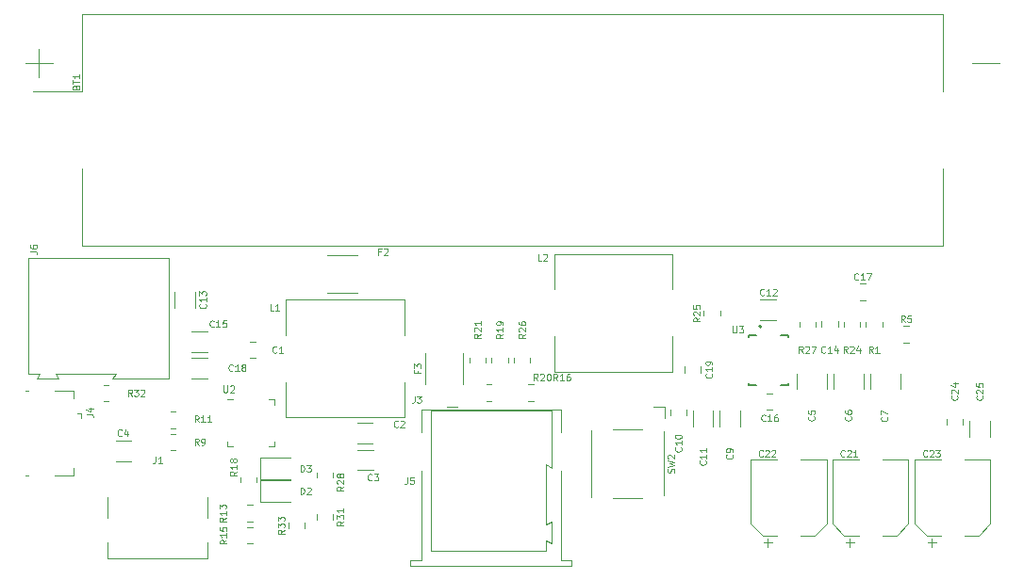
<source format=gbr>
%TF.GenerationSoftware,KiCad,Pcbnew,5.1.10-88a1d61d58~90~ubuntu20.04.1*%
%TF.CreationDate,2021-08-05T17:18:09+03:00*%
%TF.ProjectId,PiUPS,50695550-532e-46b6-9963-61645f706362,rev?*%
%TF.SameCoordinates,Original*%
%TF.FileFunction,Legend,Top*%
%TF.FilePolarity,Positive*%
%FSLAX46Y46*%
G04 Gerber Fmt 4.6, Leading zero omitted, Abs format (unit mm)*
G04 Created by KiCad (PCBNEW 5.1.10-88a1d61d58~90~ubuntu20.04.1) date 2021-08-05 17:18:09*
%MOMM*%
%LPD*%
G01*
G04 APERTURE LIST*
%ADD10C,0.120000*%
%ADD11C,0.127000*%
%ADD12C,0.200000*%
%ADD13C,0.100000*%
G04 APERTURE END LIST*
D10*
%TO.C,C23*%
X147458750Y-122453750D02*
X148246250Y-122453750D01*
X147852500Y-122847500D02*
X147852500Y-122060000D01*
X152045563Y-121820000D02*
X153110000Y-120755563D01*
X147354437Y-121820000D02*
X146290000Y-120755563D01*
X147354437Y-121820000D02*
X148640000Y-121820000D01*
X152045563Y-121820000D02*
X150760000Y-121820000D01*
X153110000Y-120755563D02*
X153110000Y-115000000D01*
X146290000Y-120755563D02*
X146290000Y-115000000D01*
X146290000Y-115000000D02*
X148640000Y-115000000D01*
X153110000Y-115000000D02*
X150760000Y-115000000D01*
%TO.C,C22*%
X132728750Y-122453750D02*
X133516250Y-122453750D01*
X133122500Y-122847500D02*
X133122500Y-122060000D01*
X137315563Y-121820000D02*
X138380000Y-120755563D01*
X132624437Y-121820000D02*
X131560000Y-120755563D01*
X132624437Y-121820000D02*
X133910000Y-121820000D01*
X137315563Y-121820000D02*
X136030000Y-121820000D01*
X138380000Y-120755563D02*
X138380000Y-115000000D01*
X131560000Y-120755563D02*
X131560000Y-115000000D01*
X131560000Y-115000000D02*
X133910000Y-115000000D01*
X138380000Y-115000000D02*
X136030000Y-115000000D01*
%TO.C,C21*%
X140078750Y-122453750D02*
X140866250Y-122453750D01*
X140472500Y-122847500D02*
X140472500Y-122060000D01*
X144665563Y-121820000D02*
X145730000Y-120755563D01*
X139974437Y-121820000D02*
X138910000Y-120755563D01*
X139974437Y-121820000D02*
X141260000Y-121820000D01*
X144665563Y-121820000D02*
X143380000Y-121820000D01*
X145730000Y-120755563D02*
X145730000Y-115000000D01*
X138910000Y-120755563D02*
X138910000Y-115000000D01*
X138910000Y-115000000D02*
X141260000Y-115000000D01*
X145730000Y-115000000D02*
X143380000Y-115000000D01*
%TO.C,C7*%
X145010000Y-108648752D02*
X145010000Y-107226248D01*
X142290000Y-108648752D02*
X142290000Y-107226248D01*
%TO.C,C6*%
X141710000Y-108648752D02*
X141710000Y-107226248D01*
X138990000Y-108648752D02*
X138990000Y-107226248D01*
%TO.C,C5*%
X138425000Y-108648752D02*
X138425000Y-107226248D01*
X135705000Y-108648752D02*
X135705000Y-107226248D01*
D11*
%TO.C,U3*%
X131425000Y-103925000D02*
X131425000Y-103775000D01*
X131425000Y-103775000D02*
X132075000Y-103775000D01*
X134275000Y-103775000D02*
X134925000Y-103775000D01*
X134925000Y-103775000D02*
X134925000Y-103925000D01*
X131425000Y-108125000D02*
X131425000Y-108275000D01*
X131425000Y-108275000D02*
X132075000Y-108275000D01*
X134275000Y-108275000D02*
X134925000Y-108275000D01*
X134925000Y-108275000D02*
X134925000Y-108125000D01*
D12*
X132525000Y-103025000D02*
G75*
G03*
X132525000Y-103025000I-100000J0D01*
G01*
D10*
%TO.C,U2*%
X88310000Y-109590000D02*
X88785000Y-109590000D01*
X88785000Y-109590000D02*
X88785000Y-110065000D01*
X85040000Y-113810000D02*
X84565000Y-113810000D01*
X84565000Y-113810000D02*
X84565000Y-113335000D01*
X88310000Y-113810000D02*
X88785000Y-113810000D01*
X88785000Y-113810000D02*
X88785000Y-113335000D01*
X85040000Y-109590000D02*
X84565000Y-109590000D01*
%TO.C,SW2*%
X123775000Y-118225000D02*
X123775000Y-112425000D01*
X117275000Y-118325000D02*
X117275000Y-112325000D01*
X121825000Y-118425000D02*
X119225000Y-118425000D01*
X121825000Y-112225000D02*
X119225000Y-112225000D01*
X122825000Y-110225000D02*
X123825000Y-110225000D01*
X123825000Y-110225000D02*
X123825000Y-111225000D01*
%TO.C,R21*%
X106315000Y-106277064D02*
X106315000Y-105822936D01*
X107785000Y-106277064D02*
X107785000Y-105822936D01*
%TO.C,R19*%
X109785000Y-105822936D02*
X109785000Y-106277064D01*
X108315000Y-105822936D02*
X108315000Y-106277064D01*
%TO.C,R26*%
X111785000Y-105822936D02*
X111785000Y-106277064D01*
X110315000Y-105822936D02*
X110315000Y-106277064D01*
%TO.C,R16*%
X111622936Y-108215000D02*
X112077064Y-108215000D01*
X111622936Y-109685000D02*
X112077064Y-109685000D01*
%TO.C,R20*%
X108277064Y-109685000D02*
X107822936Y-109685000D01*
X108277064Y-108215000D02*
X107822936Y-108215000D01*
%TO.C,R24*%
X141410000Y-102572936D02*
X141410000Y-103027064D01*
X139940000Y-102572936D02*
X139940000Y-103027064D01*
%TO.C,R27*%
X137410000Y-102572936D02*
X137410000Y-103027064D01*
X135940000Y-102572936D02*
X135940000Y-103027064D01*
%TO.C,R5*%
X145752064Y-104435000D02*
X145297936Y-104435000D01*
X145752064Y-102965000D02*
X145297936Y-102965000D01*
%TO.C,R1*%
X141915000Y-103027064D02*
X141915000Y-102572936D01*
X143385000Y-103027064D02*
X143385000Y-102572936D01*
%TO.C,R25*%
X127365000Y-102052064D02*
X127365000Y-101597936D01*
X128835000Y-102052064D02*
X128835000Y-101597936D01*
%TO.C,R15*%
X86827064Y-122535000D02*
X86372936Y-122535000D01*
X86827064Y-121065000D02*
X86372936Y-121065000D01*
%TO.C,R13*%
X86827064Y-120535000D02*
X86372936Y-120535000D01*
X86827064Y-119065000D02*
X86372936Y-119065000D01*
%TO.C,R31*%
X92615000Y-120377064D02*
X92615000Y-119922936D01*
X94085000Y-120377064D02*
X94085000Y-119922936D01*
%TO.C,R28*%
X92615000Y-116577064D02*
X92615000Y-116122936D01*
X94085000Y-116577064D02*
X94085000Y-116122936D01*
%TO.C,R33*%
X90065000Y-121127064D02*
X90065000Y-120672936D01*
X91535000Y-121127064D02*
X91535000Y-120672936D01*
%TO.C,R18*%
X87235000Y-116572936D02*
X87235000Y-117027064D01*
X85765000Y-116572936D02*
X85765000Y-117027064D01*
%TO.C,R9*%
X79472936Y-112665000D02*
X79927064Y-112665000D01*
X79472936Y-114135000D02*
X79927064Y-114135000D01*
%TO.C,R11*%
X79472936Y-110665000D02*
X79927064Y-110665000D01*
X79472936Y-112135000D02*
X79927064Y-112135000D01*
%TO.C,R32*%
X73927064Y-109735000D02*
X73472936Y-109735000D01*
X73927064Y-108265000D02*
X73472936Y-108265000D01*
%TO.C,L2*%
X113975000Y-99675000D02*
X113975000Y-96475000D01*
X113975000Y-96475000D02*
X124575000Y-96475000D01*
X124575000Y-96475000D02*
X124575000Y-99675000D01*
X124575000Y-103875000D02*
X124575000Y-107075000D01*
X124575000Y-107075000D02*
X113975000Y-107075000D01*
X113975000Y-107075000D02*
X113975000Y-103875000D01*
%TO.C,L1*%
X100450000Y-108000000D02*
X100450000Y-111200000D01*
X100450000Y-111200000D02*
X89850000Y-111200000D01*
X89850000Y-111200000D02*
X89850000Y-108000000D01*
X89850000Y-103800000D02*
X89850000Y-100600000D01*
X89850000Y-100600000D02*
X100450000Y-100600000D01*
X100450000Y-100600000D02*
X100450000Y-103800000D01*
%TO.C,J5*%
X102850000Y-110600000D02*
X102850000Y-123200000D01*
X102850000Y-123200000D02*
X113200000Y-123200000D01*
X113200000Y-123200000D02*
X113200000Y-122250000D01*
X113200000Y-122250000D02*
X113700000Y-122500000D01*
X113700000Y-122500000D02*
X113700000Y-120600000D01*
X113700000Y-120600000D02*
X113700000Y-120550000D01*
X113700000Y-120550000D02*
X113200000Y-120800000D01*
X113200000Y-120800000D02*
X113200000Y-115400000D01*
X113200000Y-115400000D02*
X113700000Y-115700000D01*
X113700000Y-115700000D02*
X113700000Y-110600000D01*
X113700000Y-110600000D02*
X102850000Y-110600000D01*
%TO.C,J3*%
X104259560Y-110253660D02*
X105259560Y-110253660D01*
X101009560Y-124003660D02*
X101009560Y-124503660D01*
X102009560Y-124003660D02*
X101009560Y-124003660D01*
X102009560Y-116003660D02*
X102009560Y-124003660D01*
X102009560Y-110503660D02*
X102009560Y-112503660D01*
X114509560Y-110503660D02*
X102009560Y-110503660D01*
X114509560Y-112503660D02*
X114509560Y-110503660D01*
X114509560Y-124003660D02*
X114509560Y-116003660D01*
X115509560Y-124003660D02*
X114509560Y-124003660D01*
X115509560Y-124503660D02*
X115509560Y-124003660D01*
X101009560Y-124503660D02*
X115509560Y-124503660D01*
%TO.C,J6*%
X79350400Y-96878620D02*
X66750400Y-96878620D01*
X66750400Y-96878620D02*
X66750400Y-107228620D01*
X66750400Y-107228620D02*
X67700400Y-107228620D01*
X67700400Y-107228620D02*
X67450400Y-107728620D01*
X67450400Y-107728620D02*
X69350400Y-107728620D01*
X69350400Y-107728620D02*
X69400400Y-107728620D01*
X69400400Y-107728620D02*
X69150400Y-107228620D01*
X69150400Y-107228620D02*
X74550400Y-107228620D01*
X74550400Y-107228620D02*
X74250400Y-107728620D01*
X74250400Y-107728620D02*
X79350400Y-107728620D01*
X79350400Y-107728620D02*
X79350400Y-96878620D01*
%TO.C,J4*%
X70771180Y-108773180D02*
X70771180Y-109433180D01*
X69041180Y-108773180D02*
X70771180Y-108773180D01*
X66471180Y-116393180D02*
X66681180Y-116393180D01*
X66471180Y-108773180D02*
X66681180Y-108773180D01*
X69041180Y-116393180D02*
X70771180Y-116393180D01*
X70771180Y-116393180D02*
X70771180Y-115743180D01*
X71471180Y-110823180D02*
X71471180Y-111273180D01*
X71471180Y-110823180D02*
X71081180Y-110823180D01*
%TO.C,J1*%
X82759880Y-123889400D02*
X73819880Y-123889400D01*
X82759880Y-118379400D02*
X82759880Y-120179400D01*
X82759880Y-123889400D02*
X82759880Y-122429400D01*
X73819880Y-123889400D02*
X73819880Y-122429400D01*
X73819880Y-118379400D02*
X73819880Y-120179400D01*
%TO.C,F3*%
X105770000Y-105393748D02*
X105770000Y-108166252D01*
X102350000Y-105393748D02*
X102350000Y-108166252D01*
%TO.C,F2*%
X96286252Y-100010000D02*
X93513748Y-100010000D01*
X96286252Y-96590000D02*
X93513748Y-96590000D01*
%TO.C,D3*%
X90237500Y-114840000D02*
X87552500Y-114840000D01*
X87552500Y-114840000D02*
X87552500Y-116760000D01*
X87552500Y-116760000D02*
X90237500Y-116760000D01*
%TO.C,D2*%
X90237500Y-116840000D02*
X87552500Y-116840000D01*
X87552500Y-116840000D02*
X87552500Y-118760000D01*
X87552500Y-118760000D02*
X90237500Y-118760000D01*
%TO.C,C17*%
X141351248Y-99165000D02*
X141873752Y-99165000D01*
X141351248Y-100635000D02*
X141873752Y-100635000D01*
%TO.C,C14*%
X137940000Y-103023752D02*
X137940000Y-102501248D01*
X139410000Y-103023752D02*
X139410000Y-102501248D01*
%TO.C,C12*%
X132451248Y-100590000D02*
X133873752Y-100590000D01*
X132451248Y-102410000D02*
X133873752Y-102410000D01*
%TO.C,C16*%
X133011248Y-109045000D02*
X133533752Y-109045000D01*
X133011248Y-110515000D02*
X133533752Y-110515000D01*
%TO.C,C19*%
X127085000Y-106626248D02*
X127085000Y-107148752D01*
X125615000Y-106626248D02*
X125615000Y-107148752D01*
%TO.C,C11*%
X128210000Y-110601248D02*
X128210000Y-112023752D01*
X126390000Y-110601248D02*
X126390000Y-112023752D01*
%TO.C,C10*%
X125835000Y-110451248D02*
X125835000Y-110973752D01*
X124365000Y-110451248D02*
X124365000Y-110973752D01*
%TO.C,C9*%
X130610000Y-110601248D02*
X130610000Y-112023752D01*
X128790000Y-110601248D02*
X128790000Y-112023752D01*
%TO.C,C25*%
X151240000Y-112923752D02*
X151240000Y-111501248D01*
X153060000Y-112923752D02*
X153060000Y-111501248D01*
%TO.C,C24*%
X149165000Y-111873752D02*
X149165000Y-111351248D01*
X150635000Y-111873752D02*
X150635000Y-111351248D01*
%TO.C,C13*%
X81660000Y-99926248D02*
X81660000Y-101348752D01*
X79840000Y-99926248D02*
X79840000Y-101348752D01*
%TO.C,C3*%
X97661252Y-115910000D02*
X96238748Y-115910000D01*
X97661252Y-114090000D02*
X96238748Y-114090000D01*
%TO.C,C2*%
X97648752Y-113510000D02*
X96226248Y-113510000D01*
X97648752Y-111690000D02*
X96226248Y-111690000D01*
%TO.C,C15*%
X82798752Y-105285000D02*
X81376248Y-105285000D01*
X82798752Y-103465000D02*
X81376248Y-103465000D01*
%TO.C,C1*%
X87123752Y-105835000D02*
X86601248Y-105835000D01*
X87123752Y-104365000D02*
X86601248Y-104365000D01*
%TO.C,C4*%
X75973752Y-115110000D02*
X74551248Y-115110000D01*
X75973752Y-113290000D02*
X74551248Y-113290000D01*
%TO.C,C18*%
X81376248Y-105840000D02*
X82798752Y-105840000D01*
X81376248Y-107660000D02*
X82798752Y-107660000D01*
%TO.C,BT1*%
X71530000Y-81898920D02*
X67170000Y-81898920D01*
X71530000Y-95778920D02*
X71530000Y-88778920D01*
X148810000Y-95778920D02*
X71530000Y-95778920D01*
X148810000Y-88778920D02*
X148810000Y-95778920D01*
X71530000Y-74898920D02*
X71530000Y-81898920D01*
X148810000Y-74898920D02*
X71530000Y-74898920D01*
X148810000Y-81898920D02*
X148810000Y-74918920D01*
X153920000Y-79338920D02*
X151420000Y-79338920D01*
X66420000Y-79338920D02*
X68920000Y-79338920D01*
X67670000Y-80588920D02*
X67670000Y-78088920D01*
%TO.C,C23*%
D13*
X147414285Y-114664285D02*
X147385714Y-114692857D01*
X147300000Y-114721428D01*
X147242857Y-114721428D01*
X147157142Y-114692857D01*
X147100000Y-114635714D01*
X147071428Y-114578571D01*
X147042857Y-114464285D01*
X147042857Y-114378571D01*
X147071428Y-114264285D01*
X147100000Y-114207142D01*
X147157142Y-114150000D01*
X147242857Y-114121428D01*
X147300000Y-114121428D01*
X147385714Y-114150000D01*
X147414285Y-114178571D01*
X147642857Y-114178571D02*
X147671428Y-114150000D01*
X147728571Y-114121428D01*
X147871428Y-114121428D01*
X147928571Y-114150000D01*
X147957142Y-114178571D01*
X147985714Y-114235714D01*
X147985714Y-114292857D01*
X147957142Y-114378571D01*
X147614285Y-114721428D01*
X147985714Y-114721428D01*
X148185714Y-114121428D02*
X148557142Y-114121428D01*
X148357142Y-114350000D01*
X148442857Y-114350000D01*
X148500000Y-114378571D01*
X148528571Y-114407142D01*
X148557142Y-114464285D01*
X148557142Y-114607142D01*
X148528571Y-114664285D01*
X148500000Y-114692857D01*
X148442857Y-114721428D01*
X148271428Y-114721428D01*
X148214285Y-114692857D01*
X148185714Y-114664285D01*
%TO.C,C22*%
X132664285Y-114664285D02*
X132635714Y-114692857D01*
X132550000Y-114721428D01*
X132492857Y-114721428D01*
X132407142Y-114692857D01*
X132350000Y-114635714D01*
X132321428Y-114578571D01*
X132292857Y-114464285D01*
X132292857Y-114378571D01*
X132321428Y-114264285D01*
X132350000Y-114207142D01*
X132407142Y-114150000D01*
X132492857Y-114121428D01*
X132550000Y-114121428D01*
X132635714Y-114150000D01*
X132664285Y-114178571D01*
X132892857Y-114178571D02*
X132921428Y-114150000D01*
X132978571Y-114121428D01*
X133121428Y-114121428D01*
X133178571Y-114150000D01*
X133207142Y-114178571D01*
X133235714Y-114235714D01*
X133235714Y-114292857D01*
X133207142Y-114378571D01*
X132864285Y-114721428D01*
X133235714Y-114721428D01*
X133464285Y-114178571D02*
X133492857Y-114150000D01*
X133550000Y-114121428D01*
X133692857Y-114121428D01*
X133750000Y-114150000D01*
X133778571Y-114178571D01*
X133807142Y-114235714D01*
X133807142Y-114292857D01*
X133778571Y-114378571D01*
X133435714Y-114721428D01*
X133807142Y-114721428D01*
%TO.C,C21*%
X140014285Y-114664285D02*
X139985714Y-114692857D01*
X139900000Y-114721428D01*
X139842857Y-114721428D01*
X139757142Y-114692857D01*
X139700000Y-114635714D01*
X139671428Y-114578571D01*
X139642857Y-114464285D01*
X139642857Y-114378571D01*
X139671428Y-114264285D01*
X139700000Y-114207142D01*
X139757142Y-114150000D01*
X139842857Y-114121428D01*
X139900000Y-114121428D01*
X139985714Y-114150000D01*
X140014285Y-114178571D01*
X140242857Y-114178571D02*
X140271428Y-114150000D01*
X140328571Y-114121428D01*
X140471428Y-114121428D01*
X140528571Y-114150000D01*
X140557142Y-114178571D01*
X140585714Y-114235714D01*
X140585714Y-114292857D01*
X140557142Y-114378571D01*
X140214285Y-114721428D01*
X140585714Y-114721428D01*
X141157142Y-114721428D02*
X140814285Y-114721428D01*
X140985714Y-114721428D02*
X140985714Y-114121428D01*
X140928571Y-114207142D01*
X140871428Y-114264285D01*
X140814285Y-114292857D01*
%TO.C,C7*%
X143824285Y-111145000D02*
X143852857Y-111173571D01*
X143881428Y-111259285D01*
X143881428Y-111316428D01*
X143852857Y-111402142D01*
X143795714Y-111459285D01*
X143738571Y-111487857D01*
X143624285Y-111516428D01*
X143538571Y-111516428D01*
X143424285Y-111487857D01*
X143367142Y-111459285D01*
X143310000Y-111402142D01*
X143281428Y-111316428D01*
X143281428Y-111259285D01*
X143310000Y-111173571D01*
X143338571Y-111145000D01*
X143281428Y-110945000D02*
X143281428Y-110545000D01*
X143881428Y-110802142D01*
%TO.C,C6*%
X140564285Y-111095000D02*
X140592857Y-111123571D01*
X140621428Y-111209285D01*
X140621428Y-111266428D01*
X140592857Y-111352142D01*
X140535714Y-111409285D01*
X140478571Y-111437857D01*
X140364285Y-111466428D01*
X140278571Y-111466428D01*
X140164285Y-111437857D01*
X140107142Y-111409285D01*
X140050000Y-111352142D01*
X140021428Y-111266428D01*
X140021428Y-111209285D01*
X140050000Y-111123571D01*
X140078571Y-111095000D01*
X140021428Y-110580714D02*
X140021428Y-110695000D01*
X140050000Y-110752142D01*
X140078571Y-110780714D01*
X140164285Y-110837857D01*
X140278571Y-110866428D01*
X140507142Y-110866428D01*
X140564285Y-110837857D01*
X140592857Y-110809285D01*
X140621428Y-110752142D01*
X140621428Y-110637857D01*
X140592857Y-110580714D01*
X140564285Y-110552142D01*
X140507142Y-110523571D01*
X140364285Y-110523571D01*
X140307142Y-110552142D01*
X140278571Y-110580714D01*
X140250000Y-110637857D01*
X140250000Y-110752142D01*
X140278571Y-110809285D01*
X140307142Y-110837857D01*
X140364285Y-110866428D01*
%TO.C,C5*%
X137264285Y-111100000D02*
X137292857Y-111128571D01*
X137321428Y-111214285D01*
X137321428Y-111271428D01*
X137292857Y-111357142D01*
X137235714Y-111414285D01*
X137178571Y-111442857D01*
X137064285Y-111471428D01*
X136978571Y-111471428D01*
X136864285Y-111442857D01*
X136807142Y-111414285D01*
X136750000Y-111357142D01*
X136721428Y-111271428D01*
X136721428Y-111214285D01*
X136750000Y-111128571D01*
X136778571Y-111100000D01*
X136721428Y-110557142D02*
X136721428Y-110842857D01*
X137007142Y-110871428D01*
X136978571Y-110842857D01*
X136950000Y-110785714D01*
X136950000Y-110642857D01*
X136978571Y-110585714D01*
X137007142Y-110557142D01*
X137064285Y-110528571D01*
X137207142Y-110528571D01*
X137264285Y-110557142D01*
X137292857Y-110585714D01*
X137321428Y-110642857D01*
X137321428Y-110785714D01*
X137292857Y-110842857D01*
X137264285Y-110871428D01*
%TO.C,U3*%
X129942857Y-102971428D02*
X129942857Y-103457142D01*
X129971428Y-103514285D01*
X130000000Y-103542857D01*
X130057142Y-103571428D01*
X130171428Y-103571428D01*
X130228571Y-103542857D01*
X130257142Y-103514285D01*
X130285714Y-103457142D01*
X130285714Y-102971428D01*
X130514285Y-102971428D02*
X130885714Y-102971428D01*
X130685714Y-103200000D01*
X130771428Y-103200000D01*
X130828571Y-103228571D01*
X130857142Y-103257142D01*
X130885714Y-103314285D01*
X130885714Y-103457142D01*
X130857142Y-103514285D01*
X130828571Y-103542857D01*
X130771428Y-103571428D01*
X130600000Y-103571428D01*
X130542857Y-103542857D01*
X130514285Y-103514285D01*
%TO.C,U2*%
X84242857Y-108321428D02*
X84242857Y-108807142D01*
X84271428Y-108864285D01*
X84300000Y-108892857D01*
X84357142Y-108921428D01*
X84471428Y-108921428D01*
X84528571Y-108892857D01*
X84557142Y-108864285D01*
X84585714Y-108807142D01*
X84585714Y-108321428D01*
X84842857Y-108378571D02*
X84871428Y-108350000D01*
X84928571Y-108321428D01*
X85071428Y-108321428D01*
X85128571Y-108350000D01*
X85157142Y-108378571D01*
X85185714Y-108435714D01*
X85185714Y-108492857D01*
X85157142Y-108578571D01*
X84814285Y-108921428D01*
X85185714Y-108921428D01*
%TO.C,SW2*%
X124692857Y-116150000D02*
X124721428Y-116064285D01*
X124721428Y-115921428D01*
X124692857Y-115864285D01*
X124664285Y-115835714D01*
X124607142Y-115807142D01*
X124550000Y-115807142D01*
X124492857Y-115835714D01*
X124464285Y-115864285D01*
X124435714Y-115921428D01*
X124407142Y-116035714D01*
X124378571Y-116092857D01*
X124350000Y-116121428D01*
X124292857Y-116150000D01*
X124235714Y-116150000D01*
X124178571Y-116121428D01*
X124150000Y-116092857D01*
X124121428Y-116035714D01*
X124121428Y-115892857D01*
X124150000Y-115807142D01*
X124121428Y-115607142D02*
X124721428Y-115464285D01*
X124292857Y-115350000D01*
X124721428Y-115235714D01*
X124121428Y-115092857D01*
X124178571Y-114892857D02*
X124150000Y-114864285D01*
X124121428Y-114807142D01*
X124121428Y-114664285D01*
X124150000Y-114607142D01*
X124178571Y-114578571D01*
X124235714Y-114550000D01*
X124292857Y-114550000D01*
X124378571Y-114578571D01*
X124721428Y-114921428D01*
X124721428Y-114550000D01*
%TO.C,R21*%
X107321428Y-103685714D02*
X107035714Y-103885714D01*
X107321428Y-104028571D02*
X106721428Y-104028571D01*
X106721428Y-103800000D01*
X106750000Y-103742857D01*
X106778571Y-103714285D01*
X106835714Y-103685714D01*
X106921428Y-103685714D01*
X106978571Y-103714285D01*
X107007142Y-103742857D01*
X107035714Y-103800000D01*
X107035714Y-104028571D01*
X106778571Y-103457142D02*
X106750000Y-103428571D01*
X106721428Y-103371428D01*
X106721428Y-103228571D01*
X106750000Y-103171428D01*
X106778571Y-103142857D01*
X106835714Y-103114285D01*
X106892857Y-103114285D01*
X106978571Y-103142857D01*
X107321428Y-103485714D01*
X107321428Y-103114285D01*
X107321428Y-102542857D02*
X107321428Y-102885714D01*
X107321428Y-102714285D02*
X106721428Y-102714285D01*
X106807142Y-102771428D01*
X106864285Y-102828571D01*
X106892857Y-102885714D01*
%TO.C,R19*%
X109321428Y-103685714D02*
X109035714Y-103885714D01*
X109321428Y-104028571D02*
X108721428Y-104028571D01*
X108721428Y-103800000D01*
X108750000Y-103742857D01*
X108778571Y-103714285D01*
X108835714Y-103685714D01*
X108921428Y-103685714D01*
X108978571Y-103714285D01*
X109007142Y-103742857D01*
X109035714Y-103800000D01*
X109035714Y-104028571D01*
X109321428Y-103114285D02*
X109321428Y-103457142D01*
X109321428Y-103285714D02*
X108721428Y-103285714D01*
X108807142Y-103342857D01*
X108864285Y-103400000D01*
X108892857Y-103457142D01*
X109321428Y-102828571D02*
X109321428Y-102714285D01*
X109292857Y-102657142D01*
X109264285Y-102628571D01*
X109178571Y-102571428D01*
X109064285Y-102542857D01*
X108835714Y-102542857D01*
X108778571Y-102571428D01*
X108750000Y-102600000D01*
X108721428Y-102657142D01*
X108721428Y-102771428D01*
X108750000Y-102828571D01*
X108778571Y-102857142D01*
X108835714Y-102885714D01*
X108978571Y-102885714D01*
X109035714Y-102857142D01*
X109064285Y-102828571D01*
X109092857Y-102771428D01*
X109092857Y-102657142D01*
X109064285Y-102600000D01*
X109035714Y-102571428D01*
X108978571Y-102542857D01*
%TO.C,R26*%
X111321428Y-103685714D02*
X111035714Y-103885714D01*
X111321428Y-104028571D02*
X110721428Y-104028571D01*
X110721428Y-103800000D01*
X110750000Y-103742857D01*
X110778571Y-103714285D01*
X110835714Y-103685714D01*
X110921428Y-103685714D01*
X110978571Y-103714285D01*
X111007142Y-103742857D01*
X111035714Y-103800000D01*
X111035714Y-104028571D01*
X110778571Y-103457142D02*
X110750000Y-103428571D01*
X110721428Y-103371428D01*
X110721428Y-103228571D01*
X110750000Y-103171428D01*
X110778571Y-103142857D01*
X110835714Y-103114285D01*
X110892857Y-103114285D01*
X110978571Y-103142857D01*
X111321428Y-103485714D01*
X111321428Y-103114285D01*
X110721428Y-102600000D02*
X110721428Y-102714285D01*
X110750000Y-102771428D01*
X110778571Y-102800000D01*
X110864285Y-102857142D01*
X110978571Y-102885714D01*
X111207142Y-102885714D01*
X111264285Y-102857142D01*
X111292857Y-102828571D01*
X111321428Y-102771428D01*
X111321428Y-102657142D01*
X111292857Y-102600000D01*
X111264285Y-102571428D01*
X111207142Y-102542857D01*
X111064285Y-102542857D01*
X111007142Y-102571428D01*
X110978571Y-102600000D01*
X110950000Y-102657142D01*
X110950000Y-102771428D01*
X110978571Y-102828571D01*
X111007142Y-102857142D01*
X111064285Y-102885714D01*
%TO.C,R16*%
X114214285Y-107871428D02*
X114014285Y-107585714D01*
X113871428Y-107871428D02*
X113871428Y-107271428D01*
X114100000Y-107271428D01*
X114157142Y-107300000D01*
X114185714Y-107328571D01*
X114214285Y-107385714D01*
X114214285Y-107471428D01*
X114185714Y-107528571D01*
X114157142Y-107557142D01*
X114100000Y-107585714D01*
X113871428Y-107585714D01*
X114785714Y-107871428D02*
X114442857Y-107871428D01*
X114614285Y-107871428D02*
X114614285Y-107271428D01*
X114557142Y-107357142D01*
X114500000Y-107414285D01*
X114442857Y-107442857D01*
X115300000Y-107271428D02*
X115185714Y-107271428D01*
X115128571Y-107300000D01*
X115100000Y-107328571D01*
X115042857Y-107414285D01*
X115014285Y-107528571D01*
X115014285Y-107757142D01*
X115042857Y-107814285D01*
X115071428Y-107842857D01*
X115128571Y-107871428D01*
X115242857Y-107871428D01*
X115300000Y-107842857D01*
X115328571Y-107814285D01*
X115357142Y-107757142D01*
X115357142Y-107614285D01*
X115328571Y-107557142D01*
X115300000Y-107528571D01*
X115242857Y-107500000D01*
X115128571Y-107500000D01*
X115071428Y-107528571D01*
X115042857Y-107557142D01*
X115014285Y-107614285D01*
%TO.C,R20*%
X112464285Y-107871428D02*
X112264285Y-107585714D01*
X112121428Y-107871428D02*
X112121428Y-107271428D01*
X112350000Y-107271428D01*
X112407142Y-107300000D01*
X112435714Y-107328571D01*
X112464285Y-107385714D01*
X112464285Y-107471428D01*
X112435714Y-107528571D01*
X112407142Y-107557142D01*
X112350000Y-107585714D01*
X112121428Y-107585714D01*
X112692857Y-107328571D02*
X112721428Y-107300000D01*
X112778571Y-107271428D01*
X112921428Y-107271428D01*
X112978571Y-107300000D01*
X113007142Y-107328571D01*
X113035714Y-107385714D01*
X113035714Y-107442857D01*
X113007142Y-107528571D01*
X112664285Y-107871428D01*
X113035714Y-107871428D01*
X113407142Y-107271428D02*
X113464285Y-107271428D01*
X113521428Y-107300000D01*
X113550000Y-107328571D01*
X113578571Y-107385714D01*
X113607142Y-107500000D01*
X113607142Y-107642857D01*
X113578571Y-107757142D01*
X113550000Y-107814285D01*
X113521428Y-107842857D01*
X113464285Y-107871428D01*
X113407142Y-107871428D01*
X113350000Y-107842857D01*
X113321428Y-107814285D01*
X113292857Y-107757142D01*
X113264285Y-107642857D01*
X113264285Y-107500000D01*
X113292857Y-107385714D01*
X113321428Y-107328571D01*
X113350000Y-107300000D01*
X113407142Y-107271428D01*
%TO.C,R24*%
X140264285Y-105371428D02*
X140064285Y-105085714D01*
X139921428Y-105371428D02*
X139921428Y-104771428D01*
X140150000Y-104771428D01*
X140207142Y-104800000D01*
X140235714Y-104828571D01*
X140264285Y-104885714D01*
X140264285Y-104971428D01*
X140235714Y-105028571D01*
X140207142Y-105057142D01*
X140150000Y-105085714D01*
X139921428Y-105085714D01*
X140492857Y-104828571D02*
X140521428Y-104800000D01*
X140578571Y-104771428D01*
X140721428Y-104771428D01*
X140778571Y-104800000D01*
X140807142Y-104828571D01*
X140835714Y-104885714D01*
X140835714Y-104942857D01*
X140807142Y-105028571D01*
X140464285Y-105371428D01*
X140835714Y-105371428D01*
X141350000Y-104971428D02*
X141350000Y-105371428D01*
X141207142Y-104742857D02*
X141064285Y-105171428D01*
X141435714Y-105171428D01*
%TO.C,R27*%
X136264285Y-105371428D02*
X136064285Y-105085714D01*
X135921428Y-105371428D02*
X135921428Y-104771428D01*
X136150000Y-104771428D01*
X136207142Y-104800000D01*
X136235714Y-104828571D01*
X136264285Y-104885714D01*
X136264285Y-104971428D01*
X136235714Y-105028571D01*
X136207142Y-105057142D01*
X136150000Y-105085714D01*
X135921428Y-105085714D01*
X136492857Y-104828571D02*
X136521428Y-104800000D01*
X136578571Y-104771428D01*
X136721428Y-104771428D01*
X136778571Y-104800000D01*
X136807142Y-104828571D01*
X136835714Y-104885714D01*
X136835714Y-104942857D01*
X136807142Y-105028571D01*
X136464285Y-105371428D01*
X136835714Y-105371428D01*
X137035714Y-104771428D02*
X137435714Y-104771428D01*
X137178571Y-105371428D01*
%TO.C,R5*%
X145425000Y-102621428D02*
X145225000Y-102335714D01*
X145082142Y-102621428D02*
X145082142Y-102021428D01*
X145310714Y-102021428D01*
X145367857Y-102050000D01*
X145396428Y-102078571D01*
X145425000Y-102135714D01*
X145425000Y-102221428D01*
X145396428Y-102278571D01*
X145367857Y-102307142D01*
X145310714Y-102335714D01*
X145082142Y-102335714D01*
X145967857Y-102021428D02*
X145682142Y-102021428D01*
X145653571Y-102307142D01*
X145682142Y-102278571D01*
X145739285Y-102250000D01*
X145882142Y-102250000D01*
X145939285Y-102278571D01*
X145967857Y-102307142D01*
X145996428Y-102364285D01*
X145996428Y-102507142D01*
X145967857Y-102564285D01*
X145939285Y-102592857D01*
X145882142Y-102621428D01*
X145739285Y-102621428D01*
X145682142Y-102592857D01*
X145653571Y-102564285D01*
%TO.C,R1*%
X142550000Y-105371428D02*
X142350000Y-105085714D01*
X142207142Y-105371428D02*
X142207142Y-104771428D01*
X142435714Y-104771428D01*
X142492857Y-104800000D01*
X142521428Y-104828571D01*
X142550000Y-104885714D01*
X142550000Y-104971428D01*
X142521428Y-105028571D01*
X142492857Y-105057142D01*
X142435714Y-105085714D01*
X142207142Y-105085714D01*
X143121428Y-105371428D02*
X142778571Y-105371428D01*
X142950000Y-105371428D02*
X142950000Y-104771428D01*
X142892857Y-104857142D01*
X142835714Y-104914285D01*
X142778571Y-104942857D01*
%TO.C,R25*%
X127021428Y-102210714D02*
X126735714Y-102410714D01*
X127021428Y-102553571D02*
X126421428Y-102553571D01*
X126421428Y-102325000D01*
X126450000Y-102267857D01*
X126478571Y-102239285D01*
X126535714Y-102210714D01*
X126621428Y-102210714D01*
X126678571Y-102239285D01*
X126707142Y-102267857D01*
X126735714Y-102325000D01*
X126735714Y-102553571D01*
X126478571Y-101982142D02*
X126450000Y-101953571D01*
X126421428Y-101896428D01*
X126421428Y-101753571D01*
X126450000Y-101696428D01*
X126478571Y-101667857D01*
X126535714Y-101639285D01*
X126592857Y-101639285D01*
X126678571Y-101667857D01*
X127021428Y-102010714D01*
X127021428Y-101639285D01*
X126421428Y-101096428D02*
X126421428Y-101382142D01*
X126707142Y-101410714D01*
X126678571Y-101382142D01*
X126650000Y-101325000D01*
X126650000Y-101182142D01*
X126678571Y-101125000D01*
X126707142Y-101096428D01*
X126764285Y-101067857D01*
X126907142Y-101067857D01*
X126964285Y-101096428D01*
X126992857Y-101125000D01*
X127021428Y-101182142D01*
X127021428Y-101325000D01*
X126992857Y-101382142D01*
X126964285Y-101410714D01*
%TO.C,R15*%
X84521428Y-122185714D02*
X84235714Y-122385714D01*
X84521428Y-122528571D02*
X83921428Y-122528571D01*
X83921428Y-122300000D01*
X83950000Y-122242857D01*
X83978571Y-122214285D01*
X84035714Y-122185714D01*
X84121428Y-122185714D01*
X84178571Y-122214285D01*
X84207142Y-122242857D01*
X84235714Y-122300000D01*
X84235714Y-122528571D01*
X84521428Y-121614285D02*
X84521428Y-121957142D01*
X84521428Y-121785714D02*
X83921428Y-121785714D01*
X84007142Y-121842857D01*
X84064285Y-121900000D01*
X84092857Y-121957142D01*
X83921428Y-121071428D02*
X83921428Y-121357142D01*
X84207142Y-121385714D01*
X84178571Y-121357142D01*
X84150000Y-121300000D01*
X84150000Y-121157142D01*
X84178571Y-121100000D01*
X84207142Y-121071428D01*
X84264285Y-121042857D01*
X84407142Y-121042857D01*
X84464285Y-121071428D01*
X84492857Y-121100000D01*
X84521428Y-121157142D01*
X84521428Y-121300000D01*
X84492857Y-121357142D01*
X84464285Y-121385714D01*
%TO.C,R13*%
X84471428Y-120185714D02*
X84185714Y-120385714D01*
X84471428Y-120528571D02*
X83871428Y-120528571D01*
X83871428Y-120300000D01*
X83900000Y-120242857D01*
X83928571Y-120214285D01*
X83985714Y-120185714D01*
X84071428Y-120185714D01*
X84128571Y-120214285D01*
X84157142Y-120242857D01*
X84185714Y-120300000D01*
X84185714Y-120528571D01*
X84471428Y-119614285D02*
X84471428Y-119957142D01*
X84471428Y-119785714D02*
X83871428Y-119785714D01*
X83957142Y-119842857D01*
X84014285Y-119900000D01*
X84042857Y-119957142D01*
X83871428Y-119414285D02*
X83871428Y-119042857D01*
X84100000Y-119242857D01*
X84100000Y-119157142D01*
X84128571Y-119100000D01*
X84157142Y-119071428D01*
X84214285Y-119042857D01*
X84357142Y-119042857D01*
X84414285Y-119071428D01*
X84442857Y-119100000D01*
X84471428Y-119157142D01*
X84471428Y-119328571D01*
X84442857Y-119385714D01*
X84414285Y-119414285D01*
%TO.C,R31*%
X95021428Y-120535714D02*
X94735714Y-120735714D01*
X95021428Y-120878571D02*
X94421428Y-120878571D01*
X94421428Y-120650000D01*
X94450000Y-120592857D01*
X94478571Y-120564285D01*
X94535714Y-120535714D01*
X94621428Y-120535714D01*
X94678571Y-120564285D01*
X94707142Y-120592857D01*
X94735714Y-120650000D01*
X94735714Y-120878571D01*
X94421428Y-120335714D02*
X94421428Y-119964285D01*
X94650000Y-120164285D01*
X94650000Y-120078571D01*
X94678571Y-120021428D01*
X94707142Y-119992857D01*
X94764285Y-119964285D01*
X94907142Y-119964285D01*
X94964285Y-119992857D01*
X94992857Y-120021428D01*
X95021428Y-120078571D01*
X95021428Y-120250000D01*
X94992857Y-120307142D01*
X94964285Y-120335714D01*
X95021428Y-119392857D02*
X95021428Y-119735714D01*
X95021428Y-119564285D02*
X94421428Y-119564285D01*
X94507142Y-119621428D01*
X94564285Y-119678571D01*
X94592857Y-119735714D01*
%TO.C,R28*%
X95021428Y-117385714D02*
X94735714Y-117585714D01*
X95021428Y-117728571D02*
X94421428Y-117728571D01*
X94421428Y-117500000D01*
X94450000Y-117442857D01*
X94478571Y-117414285D01*
X94535714Y-117385714D01*
X94621428Y-117385714D01*
X94678571Y-117414285D01*
X94707142Y-117442857D01*
X94735714Y-117500000D01*
X94735714Y-117728571D01*
X94478571Y-117157142D02*
X94450000Y-117128571D01*
X94421428Y-117071428D01*
X94421428Y-116928571D01*
X94450000Y-116871428D01*
X94478571Y-116842857D01*
X94535714Y-116814285D01*
X94592857Y-116814285D01*
X94678571Y-116842857D01*
X95021428Y-117185714D01*
X95021428Y-116814285D01*
X94678571Y-116471428D02*
X94650000Y-116528571D01*
X94621428Y-116557142D01*
X94564285Y-116585714D01*
X94535714Y-116585714D01*
X94478571Y-116557142D01*
X94450000Y-116528571D01*
X94421428Y-116471428D01*
X94421428Y-116357142D01*
X94450000Y-116300000D01*
X94478571Y-116271428D01*
X94535714Y-116242857D01*
X94564285Y-116242857D01*
X94621428Y-116271428D01*
X94650000Y-116300000D01*
X94678571Y-116357142D01*
X94678571Y-116471428D01*
X94707142Y-116528571D01*
X94735714Y-116557142D01*
X94792857Y-116585714D01*
X94907142Y-116585714D01*
X94964285Y-116557142D01*
X94992857Y-116528571D01*
X95021428Y-116471428D01*
X95021428Y-116357142D01*
X94992857Y-116300000D01*
X94964285Y-116271428D01*
X94907142Y-116242857D01*
X94792857Y-116242857D01*
X94735714Y-116271428D01*
X94707142Y-116300000D01*
X94678571Y-116357142D01*
%TO.C,R33*%
X89721428Y-121285714D02*
X89435714Y-121485714D01*
X89721428Y-121628571D02*
X89121428Y-121628571D01*
X89121428Y-121400000D01*
X89150000Y-121342857D01*
X89178571Y-121314285D01*
X89235714Y-121285714D01*
X89321428Y-121285714D01*
X89378571Y-121314285D01*
X89407142Y-121342857D01*
X89435714Y-121400000D01*
X89435714Y-121628571D01*
X89121428Y-121085714D02*
X89121428Y-120714285D01*
X89350000Y-120914285D01*
X89350000Y-120828571D01*
X89378571Y-120771428D01*
X89407142Y-120742857D01*
X89464285Y-120714285D01*
X89607142Y-120714285D01*
X89664285Y-120742857D01*
X89692857Y-120771428D01*
X89721428Y-120828571D01*
X89721428Y-121000000D01*
X89692857Y-121057142D01*
X89664285Y-121085714D01*
X89121428Y-120514285D02*
X89121428Y-120142857D01*
X89350000Y-120342857D01*
X89350000Y-120257142D01*
X89378571Y-120200000D01*
X89407142Y-120171428D01*
X89464285Y-120142857D01*
X89607142Y-120142857D01*
X89664285Y-120171428D01*
X89692857Y-120200000D01*
X89721428Y-120257142D01*
X89721428Y-120428571D01*
X89692857Y-120485714D01*
X89664285Y-120514285D01*
%TO.C,R18*%
X85421428Y-116035714D02*
X85135714Y-116235714D01*
X85421428Y-116378571D02*
X84821428Y-116378571D01*
X84821428Y-116150000D01*
X84850000Y-116092857D01*
X84878571Y-116064285D01*
X84935714Y-116035714D01*
X85021428Y-116035714D01*
X85078571Y-116064285D01*
X85107142Y-116092857D01*
X85135714Y-116150000D01*
X85135714Y-116378571D01*
X85421428Y-115464285D02*
X85421428Y-115807142D01*
X85421428Y-115635714D02*
X84821428Y-115635714D01*
X84907142Y-115692857D01*
X84964285Y-115750000D01*
X84992857Y-115807142D01*
X85078571Y-115121428D02*
X85050000Y-115178571D01*
X85021428Y-115207142D01*
X84964285Y-115235714D01*
X84935714Y-115235714D01*
X84878571Y-115207142D01*
X84850000Y-115178571D01*
X84821428Y-115121428D01*
X84821428Y-115007142D01*
X84850000Y-114950000D01*
X84878571Y-114921428D01*
X84935714Y-114892857D01*
X84964285Y-114892857D01*
X85021428Y-114921428D01*
X85050000Y-114950000D01*
X85078571Y-115007142D01*
X85078571Y-115121428D01*
X85107142Y-115178571D01*
X85135714Y-115207142D01*
X85192857Y-115235714D01*
X85307142Y-115235714D01*
X85364285Y-115207142D01*
X85392857Y-115178571D01*
X85421428Y-115121428D01*
X85421428Y-115007142D01*
X85392857Y-114950000D01*
X85364285Y-114921428D01*
X85307142Y-114892857D01*
X85192857Y-114892857D01*
X85135714Y-114921428D01*
X85107142Y-114950000D01*
X85078571Y-115007142D01*
%TO.C,R9*%
X82000000Y-113671428D02*
X81800000Y-113385714D01*
X81657142Y-113671428D02*
X81657142Y-113071428D01*
X81885714Y-113071428D01*
X81942857Y-113100000D01*
X81971428Y-113128571D01*
X82000000Y-113185714D01*
X82000000Y-113271428D01*
X81971428Y-113328571D01*
X81942857Y-113357142D01*
X81885714Y-113385714D01*
X81657142Y-113385714D01*
X82285714Y-113671428D02*
X82400000Y-113671428D01*
X82457142Y-113642857D01*
X82485714Y-113614285D01*
X82542857Y-113528571D01*
X82571428Y-113414285D01*
X82571428Y-113185714D01*
X82542857Y-113128571D01*
X82514285Y-113100000D01*
X82457142Y-113071428D01*
X82342857Y-113071428D01*
X82285714Y-113100000D01*
X82257142Y-113128571D01*
X82228571Y-113185714D01*
X82228571Y-113328571D01*
X82257142Y-113385714D01*
X82285714Y-113414285D01*
X82342857Y-113442857D01*
X82457142Y-113442857D01*
X82514285Y-113414285D01*
X82542857Y-113385714D01*
X82571428Y-113328571D01*
%TO.C,R11*%
X82014285Y-111621428D02*
X81814285Y-111335714D01*
X81671428Y-111621428D02*
X81671428Y-111021428D01*
X81900000Y-111021428D01*
X81957142Y-111050000D01*
X81985714Y-111078571D01*
X82014285Y-111135714D01*
X82014285Y-111221428D01*
X81985714Y-111278571D01*
X81957142Y-111307142D01*
X81900000Y-111335714D01*
X81671428Y-111335714D01*
X82585714Y-111621428D02*
X82242857Y-111621428D01*
X82414285Y-111621428D02*
X82414285Y-111021428D01*
X82357142Y-111107142D01*
X82300000Y-111164285D01*
X82242857Y-111192857D01*
X83157142Y-111621428D02*
X82814285Y-111621428D01*
X82985714Y-111621428D02*
X82985714Y-111021428D01*
X82928571Y-111107142D01*
X82871428Y-111164285D01*
X82814285Y-111192857D01*
%TO.C,R32*%
X76014285Y-109271428D02*
X75814285Y-108985714D01*
X75671428Y-109271428D02*
X75671428Y-108671428D01*
X75900000Y-108671428D01*
X75957142Y-108700000D01*
X75985714Y-108728571D01*
X76014285Y-108785714D01*
X76014285Y-108871428D01*
X75985714Y-108928571D01*
X75957142Y-108957142D01*
X75900000Y-108985714D01*
X75671428Y-108985714D01*
X76214285Y-108671428D02*
X76585714Y-108671428D01*
X76385714Y-108900000D01*
X76471428Y-108900000D01*
X76528571Y-108928571D01*
X76557142Y-108957142D01*
X76585714Y-109014285D01*
X76585714Y-109157142D01*
X76557142Y-109214285D01*
X76528571Y-109242857D01*
X76471428Y-109271428D01*
X76300000Y-109271428D01*
X76242857Y-109242857D01*
X76214285Y-109214285D01*
X76814285Y-108728571D02*
X76842857Y-108700000D01*
X76900000Y-108671428D01*
X77042857Y-108671428D01*
X77100000Y-108700000D01*
X77128571Y-108728571D01*
X77157142Y-108785714D01*
X77157142Y-108842857D01*
X77128571Y-108928571D01*
X76785714Y-109271428D01*
X77157142Y-109271428D01*
%TO.C,L2*%
X112800000Y-97071428D02*
X112514285Y-97071428D01*
X112514285Y-96471428D01*
X112971428Y-96528571D02*
X113000000Y-96500000D01*
X113057142Y-96471428D01*
X113200000Y-96471428D01*
X113257142Y-96500000D01*
X113285714Y-96528571D01*
X113314285Y-96585714D01*
X113314285Y-96642857D01*
X113285714Y-96728571D01*
X112942857Y-97071428D01*
X113314285Y-97071428D01*
%TO.C,L1*%
X88750000Y-101571428D02*
X88464285Y-101571428D01*
X88464285Y-100971428D01*
X89264285Y-101571428D02*
X88921428Y-101571428D01*
X89092857Y-101571428D02*
X89092857Y-100971428D01*
X89035714Y-101057142D01*
X88978571Y-101114285D01*
X88921428Y-101142857D01*
%TO.C,J5*%
X100750000Y-116571428D02*
X100750000Y-117000000D01*
X100721428Y-117085714D01*
X100664285Y-117142857D01*
X100578571Y-117171428D01*
X100521428Y-117171428D01*
X101321428Y-116571428D02*
X101035714Y-116571428D01*
X101007142Y-116857142D01*
X101035714Y-116828571D01*
X101092857Y-116800000D01*
X101235714Y-116800000D01*
X101292857Y-116828571D01*
X101321428Y-116857142D01*
X101350000Y-116914285D01*
X101350000Y-117057142D01*
X101321428Y-117114285D01*
X101292857Y-117142857D01*
X101235714Y-117171428D01*
X101092857Y-117171428D01*
X101035714Y-117142857D01*
X101007142Y-117114285D01*
%TO.C,J3*%
X101400000Y-109271428D02*
X101400000Y-109700000D01*
X101371428Y-109785714D01*
X101314285Y-109842857D01*
X101228571Y-109871428D01*
X101171428Y-109871428D01*
X101628571Y-109271428D02*
X102000000Y-109271428D01*
X101800000Y-109500000D01*
X101885714Y-109500000D01*
X101942857Y-109528571D01*
X101971428Y-109557142D01*
X102000000Y-109614285D01*
X102000000Y-109757142D01*
X101971428Y-109814285D01*
X101942857Y-109842857D01*
X101885714Y-109871428D01*
X101714285Y-109871428D01*
X101657142Y-109842857D01*
X101628571Y-109814285D01*
%TO.C,J6*%
X66871428Y-96250000D02*
X67300000Y-96250000D01*
X67385714Y-96278571D01*
X67442857Y-96335714D01*
X67471428Y-96421428D01*
X67471428Y-96478571D01*
X66871428Y-95707142D02*
X66871428Y-95821428D01*
X66900000Y-95878571D01*
X66928571Y-95907142D01*
X67014285Y-95964285D01*
X67128571Y-95992857D01*
X67357142Y-95992857D01*
X67414285Y-95964285D01*
X67442857Y-95935714D01*
X67471428Y-95878571D01*
X67471428Y-95764285D01*
X67442857Y-95707142D01*
X67414285Y-95678571D01*
X67357142Y-95650000D01*
X67214285Y-95650000D01*
X67157142Y-95678571D01*
X67128571Y-95707142D01*
X67100000Y-95764285D01*
X67100000Y-95878571D01*
X67128571Y-95935714D01*
X67157142Y-95964285D01*
X67214285Y-95992857D01*
%TO.C,J4*%
X71921428Y-110900000D02*
X72350000Y-110900000D01*
X72435714Y-110928571D01*
X72492857Y-110985714D01*
X72521428Y-111071428D01*
X72521428Y-111128571D01*
X72121428Y-110357142D02*
X72521428Y-110357142D01*
X71892857Y-110500000D02*
X72321428Y-110642857D01*
X72321428Y-110271428D01*
%TO.C,J1*%
X78100000Y-114721428D02*
X78100000Y-115150000D01*
X78071428Y-115235714D01*
X78014285Y-115292857D01*
X77928571Y-115321428D01*
X77871428Y-115321428D01*
X78700000Y-115321428D02*
X78357142Y-115321428D01*
X78528571Y-115321428D02*
X78528571Y-114721428D01*
X78471428Y-114807142D01*
X78414285Y-114864285D01*
X78357142Y-114892857D01*
%TO.C,F3*%
X101657142Y-107000000D02*
X101657142Y-107200000D01*
X101971428Y-107200000D02*
X101371428Y-107200000D01*
X101371428Y-106914285D01*
X101371428Y-106742857D02*
X101371428Y-106371428D01*
X101600000Y-106571428D01*
X101600000Y-106485714D01*
X101628571Y-106428571D01*
X101657142Y-106400000D01*
X101714285Y-106371428D01*
X101857142Y-106371428D01*
X101914285Y-106400000D01*
X101942857Y-106428571D01*
X101971428Y-106485714D01*
X101971428Y-106657142D01*
X101942857Y-106714285D01*
X101914285Y-106742857D01*
%TO.C,F2*%
X98350000Y-96257142D02*
X98150000Y-96257142D01*
X98150000Y-96571428D02*
X98150000Y-95971428D01*
X98435714Y-95971428D01*
X98635714Y-96028571D02*
X98664285Y-96000000D01*
X98721428Y-95971428D01*
X98864285Y-95971428D01*
X98921428Y-96000000D01*
X98950000Y-96028571D01*
X98978571Y-96085714D01*
X98978571Y-96142857D01*
X98950000Y-96228571D01*
X98607142Y-96571428D01*
X98978571Y-96571428D01*
%TO.C,D3*%
X91157142Y-116071428D02*
X91157142Y-115471428D01*
X91300000Y-115471428D01*
X91385714Y-115500000D01*
X91442857Y-115557142D01*
X91471428Y-115614285D01*
X91500000Y-115728571D01*
X91500000Y-115814285D01*
X91471428Y-115928571D01*
X91442857Y-115985714D01*
X91385714Y-116042857D01*
X91300000Y-116071428D01*
X91157142Y-116071428D01*
X91700000Y-115471428D02*
X92071428Y-115471428D01*
X91871428Y-115700000D01*
X91957142Y-115700000D01*
X92014285Y-115728571D01*
X92042857Y-115757142D01*
X92071428Y-115814285D01*
X92071428Y-115957142D01*
X92042857Y-116014285D01*
X92014285Y-116042857D01*
X91957142Y-116071428D01*
X91785714Y-116071428D01*
X91728571Y-116042857D01*
X91700000Y-116014285D01*
%TO.C,D2*%
X91157142Y-118071428D02*
X91157142Y-117471428D01*
X91300000Y-117471428D01*
X91385714Y-117500000D01*
X91442857Y-117557142D01*
X91471428Y-117614285D01*
X91500000Y-117728571D01*
X91500000Y-117814285D01*
X91471428Y-117928571D01*
X91442857Y-117985714D01*
X91385714Y-118042857D01*
X91300000Y-118071428D01*
X91157142Y-118071428D01*
X91728571Y-117528571D02*
X91757142Y-117500000D01*
X91814285Y-117471428D01*
X91957142Y-117471428D01*
X92014285Y-117500000D01*
X92042857Y-117528571D01*
X92071428Y-117585714D01*
X92071428Y-117642857D01*
X92042857Y-117728571D01*
X91700000Y-118071428D01*
X92071428Y-118071428D01*
%TO.C,C17*%
X141226785Y-98764285D02*
X141198214Y-98792857D01*
X141112500Y-98821428D01*
X141055357Y-98821428D01*
X140969642Y-98792857D01*
X140912500Y-98735714D01*
X140883928Y-98678571D01*
X140855357Y-98564285D01*
X140855357Y-98478571D01*
X140883928Y-98364285D01*
X140912500Y-98307142D01*
X140969642Y-98250000D01*
X141055357Y-98221428D01*
X141112500Y-98221428D01*
X141198214Y-98250000D01*
X141226785Y-98278571D01*
X141798214Y-98821428D02*
X141455357Y-98821428D01*
X141626785Y-98821428D02*
X141626785Y-98221428D01*
X141569642Y-98307142D01*
X141512500Y-98364285D01*
X141455357Y-98392857D01*
X141998214Y-98221428D02*
X142398214Y-98221428D01*
X142141071Y-98821428D01*
%TO.C,C14*%
X138264285Y-105314285D02*
X138235714Y-105342857D01*
X138150000Y-105371428D01*
X138092857Y-105371428D01*
X138007142Y-105342857D01*
X137950000Y-105285714D01*
X137921428Y-105228571D01*
X137892857Y-105114285D01*
X137892857Y-105028571D01*
X137921428Y-104914285D01*
X137950000Y-104857142D01*
X138007142Y-104800000D01*
X138092857Y-104771428D01*
X138150000Y-104771428D01*
X138235714Y-104800000D01*
X138264285Y-104828571D01*
X138835714Y-105371428D02*
X138492857Y-105371428D01*
X138664285Y-105371428D02*
X138664285Y-104771428D01*
X138607142Y-104857142D01*
X138550000Y-104914285D01*
X138492857Y-104942857D01*
X139350000Y-104971428D02*
X139350000Y-105371428D01*
X139207142Y-104742857D02*
X139064285Y-105171428D01*
X139435714Y-105171428D01*
%TO.C,C12*%
X132776785Y-100164285D02*
X132748214Y-100192857D01*
X132662500Y-100221428D01*
X132605357Y-100221428D01*
X132519642Y-100192857D01*
X132462500Y-100135714D01*
X132433928Y-100078571D01*
X132405357Y-99964285D01*
X132405357Y-99878571D01*
X132433928Y-99764285D01*
X132462500Y-99707142D01*
X132519642Y-99650000D01*
X132605357Y-99621428D01*
X132662500Y-99621428D01*
X132748214Y-99650000D01*
X132776785Y-99678571D01*
X133348214Y-100221428D02*
X133005357Y-100221428D01*
X133176785Y-100221428D02*
X133176785Y-99621428D01*
X133119642Y-99707142D01*
X133062500Y-99764285D01*
X133005357Y-99792857D01*
X133576785Y-99678571D02*
X133605357Y-99650000D01*
X133662500Y-99621428D01*
X133805357Y-99621428D01*
X133862500Y-99650000D01*
X133891071Y-99678571D01*
X133919642Y-99735714D01*
X133919642Y-99792857D01*
X133891071Y-99878571D01*
X133548214Y-100221428D01*
X133919642Y-100221428D01*
%TO.C,C16*%
X132886785Y-111464285D02*
X132858214Y-111492857D01*
X132772500Y-111521428D01*
X132715357Y-111521428D01*
X132629642Y-111492857D01*
X132572500Y-111435714D01*
X132543928Y-111378571D01*
X132515357Y-111264285D01*
X132515357Y-111178571D01*
X132543928Y-111064285D01*
X132572500Y-111007142D01*
X132629642Y-110950000D01*
X132715357Y-110921428D01*
X132772500Y-110921428D01*
X132858214Y-110950000D01*
X132886785Y-110978571D01*
X133458214Y-111521428D02*
X133115357Y-111521428D01*
X133286785Y-111521428D02*
X133286785Y-110921428D01*
X133229642Y-111007142D01*
X133172500Y-111064285D01*
X133115357Y-111092857D01*
X133972500Y-110921428D02*
X133858214Y-110921428D01*
X133801071Y-110950000D01*
X133772500Y-110978571D01*
X133715357Y-111064285D01*
X133686785Y-111178571D01*
X133686785Y-111407142D01*
X133715357Y-111464285D01*
X133743928Y-111492857D01*
X133801071Y-111521428D01*
X133915357Y-111521428D01*
X133972500Y-111492857D01*
X134001071Y-111464285D01*
X134029642Y-111407142D01*
X134029642Y-111264285D01*
X134001071Y-111207142D01*
X133972500Y-111178571D01*
X133915357Y-111150000D01*
X133801071Y-111150000D01*
X133743928Y-111178571D01*
X133715357Y-111207142D01*
X133686785Y-111264285D01*
%TO.C,C19*%
X128064285Y-107273214D02*
X128092857Y-107301785D01*
X128121428Y-107387500D01*
X128121428Y-107444642D01*
X128092857Y-107530357D01*
X128035714Y-107587500D01*
X127978571Y-107616071D01*
X127864285Y-107644642D01*
X127778571Y-107644642D01*
X127664285Y-107616071D01*
X127607142Y-107587500D01*
X127550000Y-107530357D01*
X127521428Y-107444642D01*
X127521428Y-107387500D01*
X127550000Y-107301785D01*
X127578571Y-107273214D01*
X128121428Y-106701785D02*
X128121428Y-107044642D01*
X128121428Y-106873214D02*
X127521428Y-106873214D01*
X127607142Y-106930357D01*
X127664285Y-106987500D01*
X127692857Y-107044642D01*
X128121428Y-106416071D02*
X128121428Y-106301785D01*
X128092857Y-106244642D01*
X128064285Y-106216071D01*
X127978571Y-106158928D01*
X127864285Y-106130357D01*
X127635714Y-106130357D01*
X127578571Y-106158928D01*
X127550000Y-106187500D01*
X127521428Y-106244642D01*
X127521428Y-106358928D01*
X127550000Y-106416071D01*
X127578571Y-106444642D01*
X127635714Y-106473214D01*
X127778571Y-106473214D01*
X127835714Y-106444642D01*
X127864285Y-106416071D01*
X127892857Y-106358928D01*
X127892857Y-106244642D01*
X127864285Y-106187500D01*
X127835714Y-106158928D01*
X127778571Y-106130357D01*
%TO.C,C11*%
X127514285Y-115085714D02*
X127542857Y-115114285D01*
X127571428Y-115200000D01*
X127571428Y-115257142D01*
X127542857Y-115342857D01*
X127485714Y-115400000D01*
X127428571Y-115428571D01*
X127314285Y-115457142D01*
X127228571Y-115457142D01*
X127114285Y-115428571D01*
X127057142Y-115400000D01*
X127000000Y-115342857D01*
X126971428Y-115257142D01*
X126971428Y-115200000D01*
X127000000Y-115114285D01*
X127028571Y-115085714D01*
X127571428Y-114514285D02*
X127571428Y-114857142D01*
X127571428Y-114685714D02*
X126971428Y-114685714D01*
X127057142Y-114742857D01*
X127114285Y-114800000D01*
X127142857Y-114857142D01*
X127571428Y-113942857D02*
X127571428Y-114285714D01*
X127571428Y-114114285D02*
X126971428Y-114114285D01*
X127057142Y-114171428D01*
X127114285Y-114228571D01*
X127142857Y-114285714D01*
%TO.C,C10*%
X125314285Y-113885714D02*
X125342857Y-113914285D01*
X125371428Y-114000000D01*
X125371428Y-114057142D01*
X125342857Y-114142857D01*
X125285714Y-114200000D01*
X125228571Y-114228571D01*
X125114285Y-114257142D01*
X125028571Y-114257142D01*
X124914285Y-114228571D01*
X124857142Y-114200000D01*
X124800000Y-114142857D01*
X124771428Y-114057142D01*
X124771428Y-114000000D01*
X124800000Y-113914285D01*
X124828571Y-113885714D01*
X125371428Y-113314285D02*
X125371428Y-113657142D01*
X125371428Y-113485714D02*
X124771428Y-113485714D01*
X124857142Y-113542857D01*
X124914285Y-113600000D01*
X124942857Y-113657142D01*
X124771428Y-112942857D02*
X124771428Y-112885714D01*
X124800000Y-112828571D01*
X124828571Y-112800000D01*
X124885714Y-112771428D01*
X125000000Y-112742857D01*
X125142857Y-112742857D01*
X125257142Y-112771428D01*
X125314285Y-112800000D01*
X125342857Y-112828571D01*
X125371428Y-112885714D01*
X125371428Y-112942857D01*
X125342857Y-113000000D01*
X125314285Y-113028571D01*
X125257142Y-113057142D01*
X125142857Y-113085714D01*
X125000000Y-113085714D01*
X124885714Y-113057142D01*
X124828571Y-113028571D01*
X124800000Y-113000000D01*
X124771428Y-112942857D01*
%TO.C,C9*%
X129914285Y-114550000D02*
X129942857Y-114578571D01*
X129971428Y-114664285D01*
X129971428Y-114721428D01*
X129942857Y-114807142D01*
X129885714Y-114864285D01*
X129828571Y-114892857D01*
X129714285Y-114921428D01*
X129628571Y-114921428D01*
X129514285Y-114892857D01*
X129457142Y-114864285D01*
X129400000Y-114807142D01*
X129371428Y-114721428D01*
X129371428Y-114664285D01*
X129400000Y-114578571D01*
X129428571Y-114550000D01*
X129971428Y-114264285D02*
X129971428Y-114150000D01*
X129942857Y-114092857D01*
X129914285Y-114064285D01*
X129828571Y-114007142D01*
X129714285Y-113978571D01*
X129485714Y-113978571D01*
X129428571Y-114007142D01*
X129400000Y-114035714D01*
X129371428Y-114092857D01*
X129371428Y-114207142D01*
X129400000Y-114264285D01*
X129428571Y-114292857D01*
X129485714Y-114321428D01*
X129628571Y-114321428D01*
X129685714Y-114292857D01*
X129714285Y-114264285D01*
X129742857Y-114207142D01*
X129742857Y-114092857D01*
X129714285Y-114035714D01*
X129685714Y-114007142D01*
X129628571Y-113978571D01*
%TO.C,C25*%
X152364285Y-109235714D02*
X152392857Y-109264285D01*
X152421428Y-109350000D01*
X152421428Y-109407142D01*
X152392857Y-109492857D01*
X152335714Y-109550000D01*
X152278571Y-109578571D01*
X152164285Y-109607142D01*
X152078571Y-109607142D01*
X151964285Y-109578571D01*
X151907142Y-109550000D01*
X151850000Y-109492857D01*
X151821428Y-109407142D01*
X151821428Y-109350000D01*
X151850000Y-109264285D01*
X151878571Y-109235714D01*
X151878571Y-109007142D02*
X151850000Y-108978571D01*
X151821428Y-108921428D01*
X151821428Y-108778571D01*
X151850000Y-108721428D01*
X151878571Y-108692857D01*
X151935714Y-108664285D01*
X151992857Y-108664285D01*
X152078571Y-108692857D01*
X152421428Y-109035714D01*
X152421428Y-108664285D01*
X151821428Y-108121428D02*
X151821428Y-108407142D01*
X152107142Y-108435714D01*
X152078571Y-108407142D01*
X152050000Y-108350000D01*
X152050000Y-108207142D01*
X152078571Y-108150000D01*
X152107142Y-108121428D01*
X152164285Y-108092857D01*
X152307142Y-108092857D01*
X152364285Y-108121428D01*
X152392857Y-108150000D01*
X152421428Y-108207142D01*
X152421428Y-108350000D01*
X152392857Y-108407142D01*
X152364285Y-108435714D01*
%TO.C,C24*%
X150114285Y-109235714D02*
X150142857Y-109264285D01*
X150171428Y-109350000D01*
X150171428Y-109407142D01*
X150142857Y-109492857D01*
X150085714Y-109550000D01*
X150028571Y-109578571D01*
X149914285Y-109607142D01*
X149828571Y-109607142D01*
X149714285Y-109578571D01*
X149657142Y-109550000D01*
X149600000Y-109492857D01*
X149571428Y-109407142D01*
X149571428Y-109350000D01*
X149600000Y-109264285D01*
X149628571Y-109235714D01*
X149628571Y-109007142D02*
X149600000Y-108978571D01*
X149571428Y-108921428D01*
X149571428Y-108778571D01*
X149600000Y-108721428D01*
X149628571Y-108692857D01*
X149685714Y-108664285D01*
X149742857Y-108664285D01*
X149828571Y-108692857D01*
X150171428Y-109035714D01*
X150171428Y-108664285D01*
X149771428Y-108150000D02*
X150171428Y-108150000D01*
X149542857Y-108292857D02*
X149971428Y-108435714D01*
X149971428Y-108064285D01*
%TO.C,C13*%
X82614285Y-100985714D02*
X82642857Y-101014285D01*
X82671428Y-101100000D01*
X82671428Y-101157142D01*
X82642857Y-101242857D01*
X82585714Y-101300000D01*
X82528571Y-101328571D01*
X82414285Y-101357142D01*
X82328571Y-101357142D01*
X82214285Y-101328571D01*
X82157142Y-101300000D01*
X82100000Y-101242857D01*
X82071428Y-101157142D01*
X82071428Y-101100000D01*
X82100000Y-101014285D01*
X82128571Y-100985714D01*
X82671428Y-100414285D02*
X82671428Y-100757142D01*
X82671428Y-100585714D02*
X82071428Y-100585714D01*
X82157142Y-100642857D01*
X82214285Y-100700000D01*
X82242857Y-100757142D01*
X82071428Y-100214285D02*
X82071428Y-99842857D01*
X82300000Y-100042857D01*
X82300000Y-99957142D01*
X82328571Y-99900000D01*
X82357142Y-99871428D01*
X82414285Y-99842857D01*
X82557142Y-99842857D01*
X82614285Y-99871428D01*
X82642857Y-99900000D01*
X82671428Y-99957142D01*
X82671428Y-100128571D01*
X82642857Y-100185714D01*
X82614285Y-100214285D01*
%TO.C,C3*%
X97550000Y-116814285D02*
X97521428Y-116842857D01*
X97435714Y-116871428D01*
X97378571Y-116871428D01*
X97292857Y-116842857D01*
X97235714Y-116785714D01*
X97207142Y-116728571D01*
X97178571Y-116614285D01*
X97178571Y-116528571D01*
X97207142Y-116414285D01*
X97235714Y-116357142D01*
X97292857Y-116300000D01*
X97378571Y-116271428D01*
X97435714Y-116271428D01*
X97521428Y-116300000D01*
X97550000Y-116328571D01*
X97750000Y-116271428D02*
X98121428Y-116271428D01*
X97921428Y-116500000D01*
X98007142Y-116500000D01*
X98064285Y-116528571D01*
X98092857Y-116557142D01*
X98121428Y-116614285D01*
X98121428Y-116757142D01*
X98092857Y-116814285D01*
X98064285Y-116842857D01*
X98007142Y-116871428D01*
X97835714Y-116871428D01*
X97778571Y-116842857D01*
X97750000Y-116814285D01*
%TO.C,C2*%
X99900000Y-112014285D02*
X99871428Y-112042857D01*
X99785714Y-112071428D01*
X99728571Y-112071428D01*
X99642857Y-112042857D01*
X99585714Y-111985714D01*
X99557142Y-111928571D01*
X99528571Y-111814285D01*
X99528571Y-111728571D01*
X99557142Y-111614285D01*
X99585714Y-111557142D01*
X99642857Y-111500000D01*
X99728571Y-111471428D01*
X99785714Y-111471428D01*
X99871428Y-111500000D01*
X99900000Y-111528571D01*
X100128571Y-111528571D02*
X100157142Y-111500000D01*
X100214285Y-111471428D01*
X100357142Y-111471428D01*
X100414285Y-111500000D01*
X100442857Y-111528571D01*
X100471428Y-111585714D01*
X100471428Y-111642857D01*
X100442857Y-111728571D01*
X100100000Y-112071428D01*
X100471428Y-112071428D01*
%TO.C,C15*%
X83364285Y-103014285D02*
X83335714Y-103042857D01*
X83250000Y-103071428D01*
X83192857Y-103071428D01*
X83107142Y-103042857D01*
X83050000Y-102985714D01*
X83021428Y-102928571D01*
X82992857Y-102814285D01*
X82992857Y-102728571D01*
X83021428Y-102614285D01*
X83050000Y-102557142D01*
X83107142Y-102500000D01*
X83192857Y-102471428D01*
X83250000Y-102471428D01*
X83335714Y-102500000D01*
X83364285Y-102528571D01*
X83935714Y-103071428D02*
X83592857Y-103071428D01*
X83764285Y-103071428D02*
X83764285Y-102471428D01*
X83707142Y-102557142D01*
X83650000Y-102614285D01*
X83592857Y-102642857D01*
X84478571Y-102471428D02*
X84192857Y-102471428D01*
X84164285Y-102757142D01*
X84192857Y-102728571D01*
X84250000Y-102700000D01*
X84392857Y-102700000D01*
X84450000Y-102728571D01*
X84478571Y-102757142D01*
X84507142Y-102814285D01*
X84507142Y-102957142D01*
X84478571Y-103014285D01*
X84450000Y-103042857D01*
X84392857Y-103071428D01*
X84250000Y-103071428D01*
X84192857Y-103042857D01*
X84164285Y-103014285D01*
%TO.C,C1*%
X89000000Y-105314285D02*
X88971428Y-105342857D01*
X88885714Y-105371428D01*
X88828571Y-105371428D01*
X88742857Y-105342857D01*
X88685714Y-105285714D01*
X88657142Y-105228571D01*
X88628571Y-105114285D01*
X88628571Y-105028571D01*
X88657142Y-104914285D01*
X88685714Y-104857142D01*
X88742857Y-104800000D01*
X88828571Y-104771428D01*
X88885714Y-104771428D01*
X88971428Y-104800000D01*
X89000000Y-104828571D01*
X89571428Y-105371428D02*
X89228571Y-105371428D01*
X89400000Y-105371428D02*
X89400000Y-104771428D01*
X89342857Y-104857142D01*
X89285714Y-104914285D01*
X89228571Y-104942857D01*
%TO.C,C4*%
X75100000Y-112814285D02*
X75071428Y-112842857D01*
X74985714Y-112871428D01*
X74928571Y-112871428D01*
X74842857Y-112842857D01*
X74785714Y-112785714D01*
X74757142Y-112728571D01*
X74728571Y-112614285D01*
X74728571Y-112528571D01*
X74757142Y-112414285D01*
X74785714Y-112357142D01*
X74842857Y-112300000D01*
X74928571Y-112271428D01*
X74985714Y-112271428D01*
X75071428Y-112300000D01*
X75100000Y-112328571D01*
X75614285Y-112471428D02*
X75614285Y-112871428D01*
X75471428Y-112242857D02*
X75328571Y-112671428D01*
X75700000Y-112671428D01*
%TO.C,C18*%
X85064285Y-106964285D02*
X85035714Y-106992857D01*
X84950000Y-107021428D01*
X84892857Y-107021428D01*
X84807142Y-106992857D01*
X84750000Y-106935714D01*
X84721428Y-106878571D01*
X84692857Y-106764285D01*
X84692857Y-106678571D01*
X84721428Y-106564285D01*
X84750000Y-106507142D01*
X84807142Y-106450000D01*
X84892857Y-106421428D01*
X84950000Y-106421428D01*
X85035714Y-106450000D01*
X85064285Y-106478571D01*
X85635714Y-107021428D02*
X85292857Y-107021428D01*
X85464285Y-107021428D02*
X85464285Y-106421428D01*
X85407142Y-106507142D01*
X85350000Y-106564285D01*
X85292857Y-106592857D01*
X85978571Y-106678571D02*
X85921428Y-106650000D01*
X85892857Y-106621428D01*
X85864285Y-106564285D01*
X85864285Y-106535714D01*
X85892857Y-106478571D01*
X85921428Y-106450000D01*
X85978571Y-106421428D01*
X86092857Y-106421428D01*
X86150000Y-106450000D01*
X86178571Y-106478571D01*
X86207142Y-106535714D01*
X86207142Y-106564285D01*
X86178571Y-106621428D01*
X86150000Y-106650000D01*
X86092857Y-106678571D01*
X85978571Y-106678571D01*
X85921428Y-106707142D01*
X85892857Y-106735714D01*
X85864285Y-106792857D01*
X85864285Y-106907142D01*
X85892857Y-106964285D01*
X85921428Y-106992857D01*
X85978571Y-107021428D01*
X86092857Y-107021428D01*
X86150000Y-106992857D01*
X86178571Y-106964285D01*
X86207142Y-106907142D01*
X86207142Y-106792857D01*
X86178571Y-106735714D01*
X86150000Y-106707142D01*
X86092857Y-106678571D01*
%TO.C,BT1*%
X70997142Y-81471428D02*
X71025714Y-81385714D01*
X71054285Y-81357142D01*
X71111428Y-81328571D01*
X71197142Y-81328571D01*
X71254285Y-81357142D01*
X71282857Y-81385714D01*
X71311428Y-81442857D01*
X71311428Y-81671428D01*
X70711428Y-81671428D01*
X70711428Y-81471428D01*
X70740000Y-81414285D01*
X70768571Y-81385714D01*
X70825714Y-81357142D01*
X70882857Y-81357142D01*
X70940000Y-81385714D01*
X70968571Y-81414285D01*
X70997142Y-81471428D01*
X70997142Y-81671428D01*
X70711428Y-81157142D02*
X70711428Y-80814285D01*
X71311428Y-80985714D02*
X70711428Y-80985714D01*
X71311428Y-80300000D02*
X71311428Y-80642857D01*
X71311428Y-80471428D02*
X70711428Y-80471428D01*
X70797142Y-80528571D01*
X70854285Y-80585714D01*
X70882857Y-80642857D01*
%TD*%
M02*

</source>
